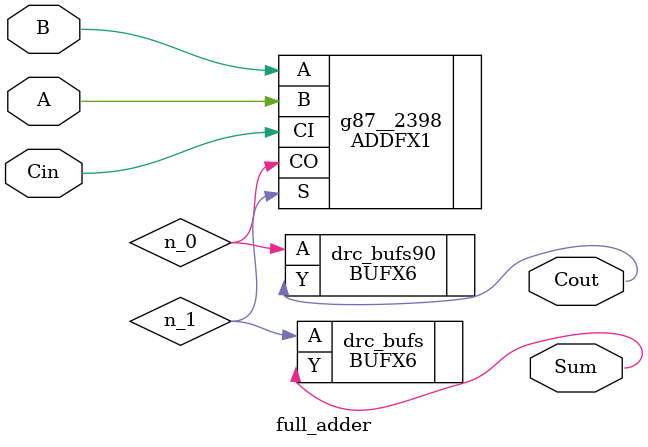
<source format=v>


module full_adder(A, B, Cin, Sum, Cout);
  input A, B, Cin;
  output Sum, Cout;
  wire A, B, Cin;
  wire Sum, Cout;
  wire n_0, n_1;
  ADDFX1 g87__2398(.A (B), .B (A), .CI (Cin), .CO (n_0), .S (n_1));
  BUFX6 drc_bufs(.A (n_1), .Y (Sum));
  BUFX6 drc_bufs90(.A (n_0), .Y (Cout));
endmodule

</source>
